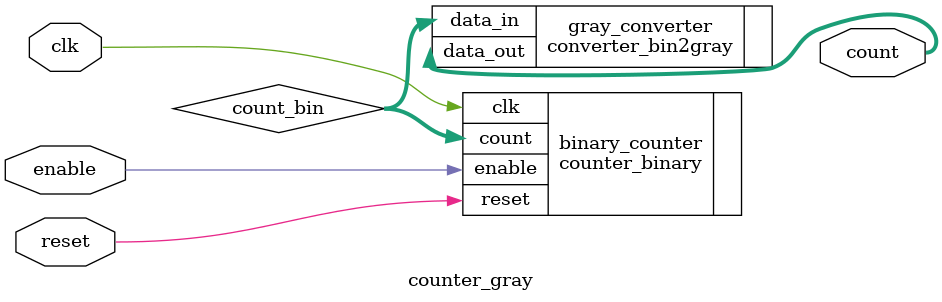
<source format=sv>
`ifndef COUNTER_GRAY_SV
`define COUNTER_GRAY_SV

`timescale 1ns / 1ps

module counter_gray #(
    parameter logic [31:0] MAX_VALUE = 255,
    parameter logic [31:0] INCREMENT = 1
) (
    input logic clk,
    input logic reset,
    input logic enable,

    output logic [$clog2(MAX_VALUE+1)-1:0] count
);
    logic [$clog2(MAX_VALUE+1)-1:0] count_bin;

    counter_binary #(
        .MAX_VALUE(MAX_VALUE),
        .INCREMENT(INCREMENT)

    ) binary_counter (
        .clk,
        .reset,
        .enable,
        .count(count_bin)
    );

    converter_bin2gray #(
        .DATA_WIDTH($clog2(MAX_VALUE + 1))

    ) gray_converter (
        .data_in (count_bin),
        .data_out(count)
    );

endmodule

`endif

</source>
